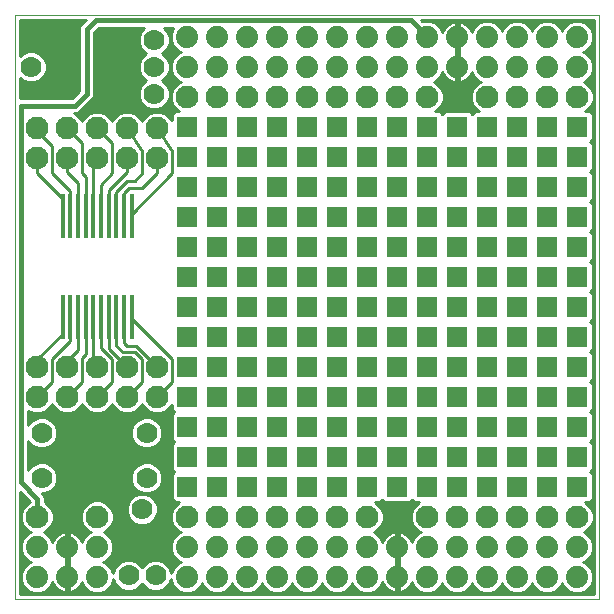
<source format=gbl>
G75*
G70*
%OFA0B0*%
%FSLAX24Y24*%
%IPPOS*%
%LPD*%
%AMOC8*
5,1,8,0,0,1.08239X$1,22.5*
%
%ADD10C,0.0000*%
%ADD11C,0.0740*%
%ADD12R,0.0157X0.1500*%
%ADD13C,0.0100*%
%ADD14C,0.0760*%
%ADD15C,0.0356*%
%ADD16C,0.0160*%
%ADD17R,0.0700X0.0700*%
%ADD18C,0.0700*%
D10*
X000645Y000806D02*
X000645Y020301D01*
X020130Y020291D01*
X020130Y000806D01*
X000645Y000806D01*
D11*
X001395Y001556D03*
X002395Y001556D03*
X003395Y001556D03*
X003395Y002556D03*
X002395Y002556D03*
X001395Y002556D03*
X006395Y002556D03*
X006395Y001556D03*
X007395Y001556D03*
X008395Y001556D03*
X009395Y001556D03*
X010395Y001556D03*
X011395Y001556D03*
X012395Y001556D03*
X013395Y001556D03*
X014395Y001556D03*
X015395Y001556D03*
X016395Y001556D03*
X017395Y001556D03*
X018395Y001556D03*
X019395Y001556D03*
X019395Y002556D03*
X018395Y002556D03*
X017395Y002556D03*
X016395Y002556D03*
X015395Y002556D03*
X014395Y002556D03*
X013395Y002556D03*
X012395Y002556D03*
X011395Y002556D03*
X010395Y002556D03*
X009395Y002556D03*
X008395Y002556D03*
X007395Y002556D03*
X007395Y018556D03*
X006395Y018556D03*
X006395Y019556D03*
X007395Y019556D03*
X008395Y019556D03*
X008395Y018556D03*
X009395Y018556D03*
X010395Y018556D03*
X011395Y018556D03*
X012395Y018556D03*
X013395Y018556D03*
X014395Y018556D03*
X015395Y018556D03*
X016395Y018556D03*
X017395Y018556D03*
X018395Y018556D03*
X019395Y018556D03*
X019395Y019556D03*
X018395Y019556D03*
X017395Y019556D03*
X016395Y019556D03*
X015395Y019556D03*
X014395Y019556D03*
X013395Y019556D03*
X012395Y019556D03*
X011395Y019556D03*
X010395Y019556D03*
X009395Y019556D03*
D12*
X004547Y013583D03*
X004291Y013583D03*
X004035Y013583D03*
X003779Y013583D03*
X003523Y013583D03*
X003267Y013583D03*
X003011Y013583D03*
X002755Y013583D03*
X002499Y013583D03*
X002243Y013583D03*
X002243Y010229D03*
X002499Y010229D03*
X002755Y010229D03*
X003011Y010229D03*
X003267Y010229D03*
X003523Y010229D03*
X003779Y010229D03*
X004035Y010229D03*
X004291Y010229D03*
X004547Y010229D03*
D13*
X004547Y010155D01*
X005895Y008806D01*
X005895Y008056D01*
X005395Y007556D01*
X004895Y007326D02*
X004929Y007245D01*
X005083Y007090D01*
X005286Y007006D01*
X005504Y007006D01*
X005707Y007090D01*
X005861Y007245D01*
X005875Y007278D01*
X005875Y007136D01*
X005955Y007056D01*
X005875Y006977D01*
X005875Y006136D01*
X005955Y006056D01*
X005875Y005977D01*
X005875Y005136D01*
X005955Y005056D01*
X005875Y004977D01*
X005875Y004136D01*
X005975Y004036D01*
X006117Y004036D01*
X006083Y004023D01*
X005929Y003868D01*
X005845Y003666D01*
X005845Y003447D01*
X005929Y003245D01*
X006083Y003090D01*
X006178Y003051D01*
X006089Y003014D01*
X005937Y002862D01*
X005855Y002664D01*
X005855Y002449D01*
X005937Y002250D01*
X006089Y002099D01*
X006191Y002056D01*
X006089Y002014D01*
X005937Y001862D01*
X005865Y001688D01*
X005865Y001710D01*
X005786Y001901D01*
X005640Y002047D01*
X005448Y002126D01*
X005242Y002126D01*
X005050Y002047D01*
X004904Y001901D01*
X004895Y001879D01*
X004886Y001901D01*
X004740Y002047D01*
X004548Y002126D01*
X004342Y002126D01*
X004150Y002047D01*
X004004Y001901D01*
X003925Y001710D01*
X003925Y001688D01*
X003853Y001862D01*
X003701Y002014D01*
X003599Y002056D01*
X003701Y002099D01*
X003853Y002250D01*
X003935Y002449D01*
X003935Y002664D01*
X003853Y002862D01*
X003701Y003014D01*
X003612Y003051D01*
X003707Y003090D01*
X003861Y003245D01*
X003945Y003447D01*
X003945Y003666D01*
X003861Y003868D01*
X003707Y004023D01*
X003504Y004106D01*
X003286Y004106D01*
X003083Y004023D01*
X002929Y003868D01*
X002845Y003666D01*
X002845Y003447D01*
X002929Y003245D01*
X003083Y003090D01*
X003178Y003051D01*
X003089Y003014D01*
X002937Y002862D01*
X002884Y002734D01*
X002877Y002756D01*
X002840Y002829D01*
X002792Y002895D01*
X002734Y002953D01*
X002668Y003001D01*
X002595Y003038D01*
X002517Y003063D01*
X002445Y003075D01*
X002445Y002606D01*
X002345Y002606D01*
X002345Y003075D01*
X002273Y003063D01*
X002195Y003038D01*
X002122Y003001D01*
X002056Y002953D01*
X001998Y002895D01*
X001950Y002829D01*
X001913Y002756D01*
X001906Y002734D01*
X001853Y002862D01*
X001701Y003014D01*
X001612Y003051D01*
X001707Y003090D01*
X001861Y003245D01*
X001945Y003447D01*
X001945Y003666D01*
X001861Y003868D01*
X001707Y004023D01*
X001645Y004048D01*
X001645Y004107D01*
X001645Y004206D01*
X001607Y004298D01*
X001568Y004336D01*
X001648Y004336D01*
X001840Y004415D01*
X001986Y004562D01*
X002065Y004753D01*
X002065Y004960D01*
X001986Y005151D01*
X001840Y005297D01*
X001648Y005376D01*
X001442Y005376D01*
X001250Y005297D01*
X001104Y005151D01*
X001095Y005129D01*
X001095Y006084D01*
X001104Y006062D01*
X001250Y005915D01*
X001442Y005836D01*
X001648Y005836D01*
X001840Y005915D01*
X001986Y006062D01*
X002065Y006253D01*
X002065Y006460D01*
X001986Y006651D01*
X001840Y006797D01*
X001648Y006876D01*
X001442Y006876D01*
X001250Y006797D01*
X001104Y006651D01*
X001095Y006629D01*
X001095Y007085D01*
X001286Y007006D01*
X001504Y007006D01*
X001707Y007090D01*
X001861Y007245D01*
X001895Y007326D01*
X001929Y007245D01*
X002083Y007090D01*
X002286Y007006D01*
X002504Y007006D01*
X002707Y007090D01*
X002861Y007245D01*
X002895Y007326D01*
X002929Y007245D01*
X003083Y007090D01*
X003286Y007006D01*
X003504Y007006D01*
X003707Y007090D01*
X003861Y007245D01*
X003895Y007326D01*
X003929Y007245D01*
X004083Y007090D01*
X004286Y007006D01*
X004504Y007006D01*
X004707Y007090D01*
X004861Y007245D01*
X004895Y007326D01*
X004888Y007310D02*
X004902Y007310D01*
X004962Y007212D02*
X004828Y007212D01*
X004730Y007113D02*
X005060Y007113D01*
X005266Y007015D02*
X004524Y007015D01*
X004266Y007015D02*
X003524Y007015D01*
X003730Y007113D02*
X004060Y007113D01*
X003962Y007212D02*
X003828Y007212D01*
X003888Y007310D02*
X003902Y007310D01*
X004395Y007556D02*
X004895Y008056D01*
X004895Y008806D01*
X004645Y009056D01*
X004245Y009056D01*
X004035Y009267D01*
X004035Y010229D01*
X003779Y010229D02*
X003795Y009206D01*
X003795Y009156D01*
X004395Y008556D01*
X003895Y008806D02*
X003895Y008056D01*
X003395Y007556D01*
X002902Y007310D02*
X002888Y007310D01*
X002828Y007212D02*
X002962Y007212D01*
X003060Y007113D02*
X002730Y007113D01*
X002524Y007015D02*
X003266Y007015D01*
X002266Y007015D02*
X001524Y007015D01*
X001730Y007113D02*
X002060Y007113D01*
X001962Y007212D02*
X001828Y007212D01*
X001888Y007310D02*
X001902Y007310D01*
X001790Y006817D02*
X004800Y006817D01*
X004750Y006797D02*
X004604Y006651D01*
X004525Y006460D01*
X004525Y006253D01*
X004604Y006062D01*
X004750Y005915D01*
X004942Y005836D01*
X005148Y005836D01*
X005340Y005915D01*
X005486Y006062D01*
X005565Y006253D01*
X005565Y006460D01*
X005486Y006651D01*
X005340Y006797D01*
X005148Y006876D01*
X004942Y006876D01*
X004750Y006797D01*
X004672Y006719D02*
X001918Y006719D01*
X001998Y006620D02*
X004592Y006620D01*
X004551Y006522D02*
X002039Y006522D01*
X002065Y006423D02*
X004525Y006423D01*
X004525Y006325D02*
X002065Y006325D01*
X002054Y006226D02*
X004536Y006226D01*
X004577Y006128D02*
X002013Y006128D01*
X001953Y006029D02*
X004637Y006029D01*
X004735Y005931D02*
X001855Y005931D01*
X001738Y005339D02*
X004852Y005339D01*
X004942Y005376D02*
X004750Y005297D01*
X004604Y005151D01*
X004525Y004960D01*
X004525Y004753D01*
X004604Y004562D01*
X004750Y004415D01*
X004942Y004336D01*
X005148Y004336D01*
X005340Y004415D01*
X005486Y004562D01*
X005565Y004753D01*
X005565Y004960D01*
X005486Y005151D01*
X005340Y005297D01*
X005148Y005376D01*
X004942Y005376D01*
X004694Y005241D02*
X001896Y005241D01*
X001989Y005142D02*
X004601Y005142D01*
X004560Y005044D02*
X002030Y005044D01*
X002065Y004945D02*
X004525Y004945D01*
X004525Y004847D02*
X002065Y004847D01*
X002063Y004748D02*
X004527Y004748D01*
X004568Y004649D02*
X002022Y004649D01*
X001975Y004551D02*
X004615Y004551D01*
X004714Y004452D02*
X001876Y004452D01*
X001691Y004354D02*
X004899Y004354D01*
X004998Y004326D02*
X004792Y004326D01*
X004600Y004247D01*
X004454Y004101D01*
X004375Y003910D01*
X004375Y003703D01*
X004454Y003512D01*
X004600Y003365D01*
X004792Y003286D01*
X004998Y003286D01*
X005190Y003365D01*
X005336Y003512D01*
X005415Y003703D01*
X005415Y003910D01*
X005336Y004101D01*
X005190Y004247D01*
X004998Y004326D01*
X005170Y004255D02*
X005875Y004255D01*
X005875Y004157D02*
X005280Y004157D01*
X005354Y004058D02*
X005953Y004058D01*
X006021Y003960D02*
X005394Y003960D01*
X005415Y003861D02*
X005926Y003861D01*
X005885Y003763D02*
X005415Y003763D01*
X005399Y003664D02*
X005845Y003664D01*
X005845Y003566D02*
X005358Y003566D01*
X005291Y003467D02*
X005845Y003467D01*
X005878Y003368D02*
X005193Y003368D01*
X004598Y003368D02*
X003912Y003368D01*
X003945Y003467D02*
X004499Y003467D01*
X004432Y003566D02*
X003945Y003566D01*
X003945Y003664D02*
X004391Y003664D01*
X004375Y003763D02*
X003905Y003763D01*
X003864Y003861D02*
X004375Y003861D01*
X004396Y003960D02*
X003769Y003960D01*
X003620Y004058D02*
X004437Y004058D01*
X004510Y004157D02*
X001645Y004157D01*
X001645Y004058D02*
X003170Y004058D01*
X003021Y003960D02*
X001769Y003960D01*
X001864Y003861D02*
X002926Y003861D01*
X002885Y003763D02*
X001905Y003763D01*
X001945Y003664D02*
X002845Y003664D01*
X002845Y003566D02*
X001945Y003566D01*
X001945Y003467D02*
X002845Y003467D01*
X002878Y003368D02*
X001912Y003368D01*
X001872Y003270D02*
X002918Y003270D01*
X003002Y003171D02*
X001788Y003171D01*
X001665Y003073D02*
X002332Y003073D01*
X002345Y003073D02*
X002445Y003073D01*
X002458Y003073D02*
X003125Y003073D01*
X003049Y002974D02*
X002704Y002974D01*
X002806Y002876D02*
X002951Y002876D01*
X002902Y002777D02*
X002866Y002777D01*
X002445Y002777D02*
X002345Y002777D01*
X002345Y002679D02*
X002445Y002679D01*
X002445Y002506D02*
X002345Y002506D01*
X002345Y002038D01*
X002345Y001606D01*
X002445Y001606D01*
X002445Y002038D01*
X002445Y002506D01*
X002445Y002482D02*
X002345Y002482D01*
X002345Y002383D02*
X002445Y002383D01*
X002445Y002284D02*
X002345Y002284D01*
X002345Y002186D02*
X002445Y002186D01*
X002445Y002087D02*
X002345Y002087D01*
X002345Y001989D02*
X002445Y001989D01*
X002445Y001890D02*
X002345Y001890D01*
X002345Y001792D02*
X002445Y001792D01*
X002445Y001693D02*
X002345Y001693D01*
X002345Y001506D02*
X002445Y001506D01*
X002445Y001038D01*
X002517Y001049D01*
X002595Y001074D01*
X002668Y001112D01*
X002734Y001160D01*
X002792Y001218D01*
X002840Y001284D01*
X002877Y001357D01*
X002884Y001379D01*
X002937Y001250D01*
X003089Y001099D01*
X003288Y001016D01*
X003502Y001016D01*
X003701Y001099D01*
X003853Y001250D01*
X003935Y001449D01*
X003935Y001479D01*
X004004Y001312D01*
X004150Y001165D01*
X004342Y001086D01*
X004548Y001086D01*
X004740Y001165D01*
X004886Y001312D01*
X004895Y001334D01*
X004904Y001312D01*
X005050Y001165D01*
X005242Y001086D01*
X005448Y001086D01*
X005640Y001165D01*
X005786Y001312D01*
X005855Y001479D01*
X005855Y001449D01*
X005937Y001250D01*
X006089Y001099D01*
X006288Y001016D01*
X006502Y001016D01*
X006701Y001099D01*
X006853Y001250D01*
X006895Y001352D01*
X006937Y001250D01*
X007089Y001099D01*
X007288Y001016D01*
X007502Y001016D01*
X007701Y001099D01*
X007853Y001250D01*
X007895Y001352D01*
X007937Y001250D01*
X008089Y001099D01*
X008288Y001016D01*
X008502Y001016D01*
X008701Y001099D01*
X008853Y001250D01*
X008895Y001352D01*
X008937Y001250D01*
X009089Y001099D01*
X009288Y001016D01*
X009502Y001016D01*
X009701Y001099D01*
X009853Y001250D01*
X009895Y001352D01*
X009937Y001250D01*
X010089Y001099D01*
X010288Y001016D01*
X010502Y001016D01*
X010701Y001099D01*
X010853Y001250D01*
X010895Y001352D01*
X010937Y001250D01*
X011089Y001099D01*
X011288Y001016D01*
X011502Y001016D01*
X011701Y001099D01*
X011853Y001250D01*
X011895Y001352D01*
X011937Y001250D01*
X012089Y001099D01*
X012288Y001016D01*
X012502Y001016D01*
X012701Y001099D01*
X012853Y001250D01*
X012906Y001379D01*
X012913Y001357D01*
X012950Y001284D01*
X012998Y001218D01*
X013056Y001160D01*
X013122Y001112D01*
X013195Y001074D01*
X013273Y001049D01*
X013345Y001038D01*
X013345Y001506D01*
X013445Y001506D01*
X013445Y001038D01*
X013517Y001049D01*
X013595Y001074D01*
X013668Y001112D01*
X013734Y001160D01*
X013792Y001218D01*
X013840Y001284D01*
X013877Y001357D01*
X013884Y001379D01*
X013937Y001250D01*
X014089Y001099D01*
X014288Y001016D01*
X014502Y001016D01*
X014701Y001099D01*
X014853Y001250D01*
X014895Y001352D01*
X014937Y001250D01*
X015089Y001099D01*
X015288Y001016D01*
X015502Y001016D01*
X015701Y001099D01*
X015853Y001250D01*
X015895Y001352D01*
X015937Y001250D01*
X016089Y001099D01*
X016288Y001016D01*
X016502Y001016D01*
X016701Y001099D01*
X016853Y001250D01*
X016895Y001352D01*
X016937Y001250D01*
X017089Y001099D01*
X017288Y001016D01*
X017502Y001016D01*
X017701Y001099D01*
X017853Y001250D01*
X017895Y001352D01*
X017937Y001250D01*
X018089Y001099D01*
X018288Y001016D01*
X018502Y001016D01*
X018701Y001099D01*
X018853Y001250D01*
X018895Y001352D01*
X018937Y001250D01*
X019089Y001099D01*
X019288Y001016D01*
X019502Y001016D01*
X019701Y001099D01*
X019853Y001250D01*
X019935Y001449D01*
X019935Y001664D01*
X019853Y001862D01*
X019701Y002014D01*
X019599Y002056D01*
X019701Y002099D01*
X019853Y002250D01*
X019935Y002449D01*
X019935Y002664D01*
X019853Y002862D01*
X019701Y003014D01*
X019612Y003051D01*
X019707Y003090D01*
X019861Y003245D01*
X019945Y003447D01*
X019945Y003666D01*
X019861Y003868D01*
X019707Y004023D01*
X019673Y004036D01*
X019815Y004036D01*
X019915Y004136D01*
X019915Y004977D01*
X019835Y005056D01*
X019915Y005136D01*
X019915Y005977D01*
X019835Y006056D01*
X019915Y006136D01*
X019915Y006977D01*
X019835Y007056D01*
X019915Y007136D01*
X019915Y007977D01*
X019835Y008056D01*
X019915Y008136D01*
X019915Y008977D01*
X019835Y009056D01*
X019915Y009136D01*
X019915Y009977D01*
X019835Y010056D01*
X019915Y010136D01*
X019915Y010977D01*
X019835Y011056D01*
X019915Y011136D01*
X019915Y011977D01*
X019835Y012056D01*
X019915Y012136D01*
X019915Y012977D01*
X019835Y013056D01*
X019915Y013136D01*
X019915Y013977D01*
X019835Y014056D01*
X019915Y014136D01*
X019915Y014977D01*
X019835Y015056D01*
X019915Y015136D01*
X019915Y015977D01*
X019835Y016056D01*
X019915Y016136D01*
X019915Y016977D01*
X019815Y017076D01*
X019673Y017076D01*
X019707Y017090D01*
X019861Y017245D01*
X019945Y017447D01*
X019945Y017666D01*
X019861Y017868D01*
X019707Y018023D01*
X019612Y018062D01*
X019701Y018099D01*
X019853Y018250D01*
X019935Y018449D01*
X019935Y018664D01*
X019853Y018862D01*
X019701Y019014D01*
X019599Y019056D01*
X019701Y019099D01*
X019853Y019250D01*
X019935Y019449D01*
X019935Y019664D01*
X019853Y019862D01*
X019701Y020014D01*
X019502Y020096D01*
X019288Y020096D01*
X019089Y020014D01*
X018937Y019862D01*
X018895Y019760D01*
X018853Y019862D01*
X018701Y020014D01*
X018502Y020096D01*
X018288Y020096D01*
X018089Y020014D01*
X017937Y019862D01*
X017895Y019760D01*
X017853Y019862D01*
X017701Y020014D01*
X017502Y020096D01*
X017288Y020096D01*
X017089Y020014D01*
X016937Y019862D01*
X016895Y019760D01*
X016853Y019862D01*
X016701Y020014D01*
X016502Y020096D01*
X016288Y020096D01*
X016089Y020014D01*
X015937Y019862D01*
X015884Y019734D01*
X015877Y019756D01*
X015840Y019829D01*
X015792Y019895D01*
X015734Y019953D01*
X015668Y020001D01*
X015595Y020038D01*
X015517Y020063D01*
X015445Y020075D01*
X015445Y019606D01*
X015345Y019606D01*
X015345Y020075D01*
X015273Y020063D01*
X015195Y020038D01*
X015122Y020001D01*
X015056Y019953D01*
X014998Y019895D01*
X014950Y019829D01*
X014913Y019756D01*
X014906Y019734D01*
X014853Y019862D01*
X014701Y020014D01*
X014502Y020096D01*
X014288Y020096D01*
X014232Y020073D01*
X014180Y020124D01*
X019960Y020121D01*
X014184Y020121D01*
X014681Y020022D02*
X015164Y020022D01*
X015027Y019924D02*
X014791Y019924D01*
X014868Y019825D02*
X014948Y019825D01*
X015345Y019825D02*
X015445Y019825D01*
X015445Y019727D02*
X015345Y019727D01*
X015345Y019628D02*
X015445Y019628D01*
X015445Y019506D02*
X015445Y019038D01*
X015445Y018606D01*
X015345Y018606D01*
X015345Y019038D01*
X015345Y019506D01*
X015445Y019506D01*
X015445Y019431D02*
X015345Y019431D01*
X015345Y019332D02*
X015445Y019332D01*
X015445Y019234D02*
X015345Y019234D01*
X015345Y019135D02*
X015445Y019135D01*
X015445Y019037D02*
X015345Y019037D01*
X015345Y018938D02*
X015445Y018938D01*
X015445Y018840D02*
X015345Y018840D01*
X015345Y018741D02*
X015445Y018741D01*
X015445Y018643D02*
X015345Y018643D01*
X015345Y018506D02*
X015445Y018506D01*
X015445Y018038D01*
X015517Y018049D01*
X015595Y018074D01*
X015668Y018112D01*
X015734Y018160D01*
X015792Y018218D01*
X015840Y018284D01*
X015877Y018357D01*
X015884Y018379D01*
X015937Y018250D01*
X016089Y018099D01*
X016178Y018062D01*
X016083Y018023D01*
X015929Y017868D01*
X015845Y017666D01*
X015845Y017447D01*
X015929Y017245D01*
X016083Y017090D01*
X016117Y017076D01*
X015975Y017076D01*
X015895Y016997D01*
X015815Y017076D01*
X014975Y017076D01*
X014895Y016997D01*
X014815Y017076D01*
X014673Y017076D01*
X014707Y017090D01*
X014861Y017245D01*
X014945Y017447D01*
X014945Y017666D01*
X014861Y017868D01*
X014707Y018023D01*
X014612Y018062D01*
X014701Y018099D01*
X014853Y018250D01*
X014906Y018379D01*
X014913Y018357D01*
X014950Y018284D01*
X014998Y018218D01*
X015056Y018160D01*
X015122Y018112D01*
X015195Y018074D01*
X015273Y018049D01*
X015345Y018038D01*
X015345Y018506D01*
X015345Y018446D02*
X015445Y018446D01*
X015445Y018347D02*
X015345Y018347D01*
X015345Y018248D02*
X015445Y018248D01*
X015445Y018150D02*
X015345Y018150D01*
X015345Y018051D02*
X015445Y018051D01*
X015524Y018051D02*
X016153Y018051D01*
X016038Y018150D02*
X015720Y018150D01*
X015814Y018248D02*
X015939Y018248D01*
X015897Y018347D02*
X015872Y018347D01*
X016014Y017953D02*
X014776Y017953D01*
X014867Y017854D02*
X015923Y017854D01*
X015882Y017756D02*
X014908Y017756D01*
X014945Y017657D02*
X015845Y017657D01*
X015845Y017559D02*
X014945Y017559D01*
X014945Y017460D02*
X015845Y017460D01*
X015880Y017362D02*
X014910Y017362D01*
X014869Y017263D02*
X015921Y017263D01*
X016009Y017164D02*
X014781Y017164D01*
X014826Y017066D02*
X014964Y017066D01*
X015826Y017066D02*
X015964Y017066D01*
X015266Y018051D02*
X014637Y018051D01*
X014752Y018150D02*
X015070Y018150D01*
X014976Y018248D02*
X014851Y018248D01*
X014893Y018347D02*
X014918Y018347D01*
X015842Y019825D02*
X015922Y019825D01*
X015999Y019924D02*
X015763Y019924D01*
X015626Y020022D02*
X016109Y020022D01*
X016681Y020022D02*
X017109Y020022D01*
X016999Y019924D02*
X016791Y019924D01*
X016868Y019825D02*
X016922Y019825D01*
X017681Y020022D02*
X018109Y020022D01*
X017999Y019924D02*
X017791Y019924D01*
X017868Y019825D02*
X017922Y019825D01*
X018681Y020022D02*
X019109Y020022D01*
X018999Y019924D02*
X018791Y019924D01*
X018868Y019825D02*
X018922Y019825D01*
X019681Y020022D02*
X019960Y020022D01*
X019960Y019924D02*
X019791Y019924D01*
X019868Y019825D02*
X019960Y019825D01*
X019960Y019727D02*
X019909Y019727D01*
X019935Y019628D02*
X019960Y019628D01*
X019960Y019530D02*
X019935Y019530D01*
X019928Y019431D02*
X019960Y019431D01*
X019960Y019332D02*
X019887Y019332D01*
X019836Y019234D02*
X019960Y019234D01*
X019960Y019135D02*
X019738Y019135D01*
X019646Y019037D02*
X019960Y019037D01*
X019960Y018938D02*
X019777Y018938D01*
X019862Y018840D02*
X019960Y018840D01*
X019960Y018741D02*
X019903Y018741D01*
X019935Y018643D02*
X019960Y018643D01*
X019960Y018544D02*
X019935Y018544D01*
X019934Y018446D02*
X019960Y018446D01*
X019960Y018347D02*
X019893Y018347D01*
X019851Y018248D02*
X019960Y018248D01*
X019960Y018150D02*
X019752Y018150D01*
X019637Y018051D02*
X019960Y018051D01*
X019960Y017953D02*
X019776Y017953D01*
X019867Y017854D02*
X019960Y017854D01*
X019960Y017756D02*
X019908Y017756D01*
X019945Y017657D02*
X019960Y017657D01*
X019960Y017559D02*
X019945Y017559D01*
X019945Y017460D02*
X019960Y017460D01*
X019960Y017362D02*
X019910Y017362D01*
X019869Y017263D02*
X019960Y017263D01*
X019960Y017164D02*
X019781Y017164D01*
X019826Y017066D02*
X019960Y017066D01*
X019960Y016967D02*
X019915Y016967D01*
X019915Y016869D02*
X019960Y016869D01*
X019960Y016770D02*
X019915Y016770D01*
X019915Y016672D02*
X019960Y016672D01*
X019960Y016573D02*
X019915Y016573D01*
X019915Y016475D02*
X019960Y016475D01*
X019960Y016376D02*
X019915Y016376D01*
X019915Y016278D02*
X019960Y016278D01*
X019960Y016179D02*
X019915Y016179D01*
X019960Y016081D02*
X019860Y016081D01*
X019910Y015982D02*
X019960Y015982D01*
X019960Y015883D02*
X019915Y015883D01*
X019915Y015785D02*
X019960Y015785D01*
X019960Y015686D02*
X019915Y015686D01*
X019915Y015588D02*
X019960Y015588D01*
X019960Y015489D02*
X019915Y015489D01*
X019915Y015391D02*
X019960Y015391D01*
X019960Y015292D02*
X019915Y015292D01*
X019915Y015194D02*
X019960Y015194D01*
X019960Y015095D02*
X019874Y015095D01*
X019895Y014997D02*
X019960Y014997D01*
X019960Y014898D02*
X019915Y014898D01*
X019915Y014799D02*
X019960Y014799D01*
X019960Y014701D02*
X019915Y014701D01*
X019915Y014602D02*
X019960Y014602D01*
X019960Y014504D02*
X019915Y014504D01*
X019915Y014405D02*
X019960Y014405D01*
X019960Y014307D02*
X019915Y014307D01*
X019915Y014208D02*
X019960Y014208D01*
X019960Y014110D02*
X019889Y014110D01*
X019881Y014011D02*
X019960Y014011D01*
X019960Y013913D02*
X019915Y013913D01*
X019915Y013814D02*
X019960Y013814D01*
X019960Y013715D02*
X019915Y013715D01*
X019915Y013617D02*
X019960Y013617D01*
X019960Y013518D02*
X019915Y013518D01*
X019915Y013420D02*
X019960Y013420D01*
X019960Y013321D02*
X019915Y013321D01*
X019915Y013223D02*
X019960Y013223D01*
X019960Y013124D02*
X019903Y013124D01*
X019866Y013026D02*
X019960Y013026D01*
X019960Y012927D02*
X019915Y012927D01*
X019915Y012829D02*
X019960Y012829D01*
X019960Y012730D02*
X019915Y012730D01*
X019915Y012631D02*
X019960Y012631D01*
X019960Y012533D02*
X019915Y012533D01*
X019915Y012434D02*
X019960Y012434D01*
X019960Y012336D02*
X019915Y012336D01*
X019915Y012237D02*
X019960Y012237D01*
X019960Y012139D02*
X019915Y012139D01*
X019960Y012040D02*
X019851Y012040D01*
X019915Y011942D02*
X019960Y011942D01*
X019960Y011843D02*
X019915Y011843D01*
X019915Y011745D02*
X019960Y011745D01*
X019960Y011646D02*
X019915Y011646D01*
X019915Y011548D02*
X019960Y011548D01*
X019960Y011449D02*
X019915Y011449D01*
X019915Y011350D02*
X019960Y011350D01*
X019960Y011252D02*
X019915Y011252D01*
X019915Y011153D02*
X019960Y011153D01*
X019960Y011055D02*
X019837Y011055D01*
X019915Y010956D02*
X019960Y010956D01*
X019960Y010858D02*
X019915Y010858D01*
X019915Y010759D02*
X019960Y010759D01*
X019960Y010661D02*
X019915Y010661D01*
X019915Y010562D02*
X019960Y010562D01*
X019960Y010464D02*
X019915Y010464D01*
X019915Y010365D02*
X019960Y010365D01*
X019960Y010266D02*
X019915Y010266D01*
X019915Y010168D02*
X019960Y010168D01*
X019960Y010069D02*
X019849Y010069D01*
X019915Y009971D02*
X019960Y009971D01*
X019960Y009872D02*
X019915Y009872D01*
X019915Y009774D02*
X019960Y009774D01*
X019960Y009675D02*
X019915Y009675D01*
X019915Y009577D02*
X019960Y009577D01*
X019960Y009478D02*
X019915Y009478D01*
X019915Y009380D02*
X019960Y009380D01*
X019960Y009281D02*
X019915Y009281D01*
X019915Y009182D02*
X019960Y009182D01*
X019960Y009084D02*
X019863Y009084D01*
X019906Y008985D02*
X019960Y008985D01*
X019960Y008887D02*
X019915Y008887D01*
X019915Y008788D02*
X019960Y008788D01*
X019960Y008690D02*
X019915Y008690D01*
X019915Y008591D02*
X019960Y008591D01*
X019960Y008493D02*
X019915Y008493D01*
X019915Y008394D02*
X019960Y008394D01*
X019960Y008296D02*
X019915Y008296D01*
X019915Y008197D02*
X019960Y008197D01*
X019960Y008099D02*
X019878Y008099D01*
X019892Y008000D02*
X019960Y008000D01*
X019960Y007901D02*
X019915Y007901D01*
X019915Y007803D02*
X019960Y007803D01*
X019960Y007704D02*
X019915Y007704D01*
X019915Y007606D02*
X019960Y007606D01*
X019960Y007507D02*
X019915Y007507D01*
X019915Y007409D02*
X019960Y007409D01*
X019960Y007310D02*
X019915Y007310D01*
X019915Y007212D02*
X019960Y007212D01*
X019960Y007113D02*
X019892Y007113D01*
X019877Y007015D02*
X019960Y007015D01*
X019960Y006916D02*
X019915Y006916D01*
X019915Y006817D02*
X019960Y006817D01*
X019960Y006719D02*
X019915Y006719D01*
X019915Y006620D02*
X019960Y006620D01*
X019960Y006522D02*
X019915Y006522D01*
X019915Y006423D02*
X019960Y006423D01*
X019960Y006325D02*
X019915Y006325D01*
X019915Y006226D02*
X019960Y006226D01*
X019960Y006128D02*
X019907Y006128D01*
X019863Y006029D02*
X019960Y006029D01*
X019960Y005931D02*
X019915Y005931D01*
X019915Y005832D02*
X019960Y005832D01*
X019960Y005733D02*
X019915Y005733D01*
X019915Y005635D02*
X019960Y005635D01*
X019960Y005536D02*
X019915Y005536D01*
X019915Y005438D02*
X019960Y005438D01*
X019960Y005339D02*
X019915Y005339D01*
X019915Y005241D02*
X019960Y005241D01*
X019960Y005142D02*
X019915Y005142D01*
X019960Y005044D02*
X019848Y005044D01*
X019915Y004945D02*
X019960Y004945D01*
X019960Y004847D02*
X019915Y004847D01*
X019915Y004748D02*
X019960Y004748D01*
X019960Y004649D02*
X019915Y004649D01*
X019915Y004551D02*
X019960Y004551D01*
X019960Y004452D02*
X019915Y004452D01*
X019915Y004354D02*
X019960Y004354D01*
X019960Y004255D02*
X019915Y004255D01*
X019915Y004157D02*
X019960Y004157D01*
X019960Y004058D02*
X019837Y004058D01*
X019769Y003960D02*
X019960Y003960D01*
X019960Y003861D02*
X019864Y003861D01*
X019905Y003763D02*
X019960Y003763D01*
X019960Y003664D02*
X019945Y003664D01*
X019945Y003566D02*
X019960Y003566D01*
X019960Y003467D02*
X019945Y003467D01*
X019960Y003368D02*
X019912Y003368D01*
X019872Y003270D02*
X019960Y003270D01*
X019960Y003171D02*
X019788Y003171D01*
X019665Y003073D02*
X019960Y003073D01*
X019960Y002974D02*
X019741Y002974D01*
X019839Y002876D02*
X019960Y002876D01*
X019960Y002777D02*
X019888Y002777D01*
X019929Y002679D02*
X019960Y002679D01*
X019960Y002580D02*
X019935Y002580D01*
X019935Y002482D02*
X019960Y002482D01*
X019960Y002383D02*
X019908Y002383D01*
X019867Y002284D02*
X019960Y002284D01*
X019960Y002186D02*
X019788Y002186D01*
X019674Y002087D02*
X019960Y002087D01*
X019960Y001989D02*
X019726Y001989D01*
X019825Y001890D02*
X019960Y001890D01*
X019960Y001792D02*
X019882Y001792D01*
X019923Y001693D02*
X019960Y001693D01*
X019960Y001595D02*
X019935Y001595D01*
X019935Y001496D02*
X019960Y001496D01*
X019960Y001398D02*
X019914Y001398D01*
X019873Y001299D02*
X019960Y001299D01*
X019960Y001200D02*
X019803Y001200D01*
X019704Y001102D02*
X019960Y001102D01*
X019960Y001003D02*
X000815Y001003D01*
X000815Y000976D02*
X000815Y004383D01*
X001145Y004053D01*
X001145Y004048D01*
X001083Y004023D01*
X000929Y003868D01*
X000845Y003666D01*
X000845Y003447D01*
X000929Y003245D01*
X001083Y003090D01*
X001178Y003051D01*
X001089Y003014D01*
X000937Y002862D01*
X000855Y002664D01*
X000855Y002449D01*
X000937Y002250D01*
X001089Y002099D01*
X001191Y002056D01*
X001089Y002014D01*
X000937Y001862D01*
X000855Y001664D01*
X000855Y001449D01*
X000937Y001250D01*
X001089Y001099D01*
X001288Y001016D01*
X001502Y001016D01*
X001701Y001099D01*
X001853Y001250D01*
X001906Y001379D01*
X001913Y001357D01*
X001950Y001284D01*
X001998Y001218D01*
X002056Y001160D01*
X002122Y001112D01*
X002195Y001074D01*
X002273Y001049D01*
X002345Y001038D01*
X002345Y001506D01*
X002345Y001496D02*
X002445Y001496D01*
X002445Y001398D02*
X002345Y001398D01*
X002345Y001299D02*
X002445Y001299D01*
X002445Y001200D02*
X002345Y001200D01*
X002345Y001102D02*
X002445Y001102D01*
X002649Y001102D02*
X003086Y001102D01*
X002987Y001200D02*
X002775Y001200D01*
X002848Y001299D02*
X002917Y001299D01*
X002141Y001102D02*
X001704Y001102D01*
X001803Y001200D02*
X002015Y001200D01*
X001942Y001299D02*
X001873Y001299D01*
X001086Y001102D02*
X000815Y001102D01*
X000815Y001200D02*
X000987Y001200D01*
X000917Y001299D02*
X000815Y001299D01*
X000815Y001398D02*
X000876Y001398D01*
X000855Y001496D02*
X000815Y001496D01*
X000815Y001595D02*
X000855Y001595D01*
X000867Y001693D02*
X000815Y001693D01*
X000815Y001792D02*
X000908Y001792D01*
X000965Y001890D02*
X000815Y001890D01*
X000815Y001989D02*
X001064Y001989D01*
X001116Y002087D02*
X000815Y002087D01*
X000815Y002186D02*
X001002Y002186D01*
X000923Y002284D02*
X000815Y002284D01*
X000815Y002383D02*
X000882Y002383D01*
X000855Y002482D02*
X000815Y002482D01*
X000815Y002580D02*
X000855Y002580D01*
X000861Y002679D02*
X000815Y002679D01*
X000815Y002777D02*
X000902Y002777D01*
X000951Y002876D02*
X000815Y002876D01*
X000815Y002974D02*
X001049Y002974D01*
X001125Y003073D02*
X000815Y003073D01*
X000815Y003171D02*
X001002Y003171D01*
X000918Y003270D02*
X000815Y003270D01*
X000815Y003368D02*
X000878Y003368D01*
X000845Y003467D02*
X000815Y003467D01*
X000815Y003566D02*
X000845Y003566D01*
X000845Y003664D02*
X000815Y003664D01*
X000815Y003763D02*
X000885Y003763D01*
X000926Y003861D02*
X000815Y003861D01*
X000815Y003960D02*
X001021Y003960D01*
X001140Y004058D02*
X000815Y004058D01*
X000815Y004157D02*
X001041Y004157D01*
X000942Y004255D02*
X000815Y004255D01*
X000815Y004354D02*
X000844Y004354D01*
X001625Y004255D02*
X004620Y004255D01*
X005191Y004354D02*
X005875Y004354D01*
X005875Y004452D02*
X005376Y004452D01*
X005475Y004551D02*
X005875Y004551D01*
X005875Y004649D02*
X005522Y004649D01*
X005563Y004748D02*
X005875Y004748D01*
X005875Y004847D02*
X005565Y004847D01*
X005565Y004945D02*
X005875Y004945D01*
X005942Y005044D02*
X005530Y005044D01*
X005489Y005142D02*
X005875Y005142D01*
X005875Y005241D02*
X005396Y005241D01*
X005238Y005339D02*
X005875Y005339D01*
X005875Y005438D02*
X001095Y005438D01*
X001095Y005536D02*
X005875Y005536D01*
X005875Y005635D02*
X001095Y005635D01*
X001095Y005733D02*
X005875Y005733D01*
X005875Y005832D02*
X001095Y005832D01*
X001095Y005931D02*
X001235Y005931D01*
X001137Y006029D02*
X001095Y006029D01*
X001095Y005339D02*
X001352Y005339D01*
X001194Y005241D02*
X001095Y005241D01*
X001095Y005142D02*
X001101Y005142D01*
X001095Y006719D02*
X001172Y006719D01*
X001095Y006817D02*
X001300Y006817D01*
X001266Y007015D02*
X001095Y007015D01*
X001095Y006916D02*
X005875Y006916D01*
X005875Y006817D02*
X005290Y006817D01*
X005418Y006719D02*
X005875Y006719D01*
X005875Y006620D02*
X005498Y006620D01*
X005539Y006522D02*
X005875Y006522D01*
X005875Y006423D02*
X005565Y006423D01*
X005565Y006325D02*
X005875Y006325D01*
X005875Y006226D02*
X005554Y006226D01*
X005513Y006128D02*
X005883Y006128D01*
X005927Y006029D02*
X005453Y006029D01*
X005355Y005931D02*
X005875Y005931D01*
X005913Y007015D02*
X005524Y007015D01*
X005730Y007113D02*
X005898Y007113D01*
X005875Y007212D02*
X005828Y007212D01*
X005395Y008556D02*
X004695Y009256D01*
X004395Y009256D01*
X004291Y009361D01*
X004291Y010229D01*
X003523Y010229D02*
X003523Y009178D01*
X003895Y008806D01*
X003395Y008556D02*
X003267Y008684D01*
X003267Y010229D01*
X003011Y010229D02*
X003011Y008972D01*
X002895Y008856D01*
X002895Y008056D01*
X002395Y007556D01*
X001895Y008056D02*
X001895Y008806D01*
X002499Y009411D01*
X002499Y010229D01*
X002243Y010229D02*
X002243Y009655D01*
X001395Y008806D01*
X001395Y008556D01*
X001895Y008056D02*
X001395Y007556D01*
X002395Y008556D02*
X002395Y008756D01*
X002755Y009117D01*
X002755Y010229D01*
X002755Y013583D02*
X002755Y014696D01*
X002395Y015056D01*
X002395Y015506D01*
X001895Y015906D02*
X001895Y015006D01*
X002499Y014402D01*
X002499Y013583D01*
X002243Y013583D02*
X002243Y014158D01*
X001395Y015006D01*
X001395Y015506D01*
X001895Y015906D02*
X001395Y016406D01*
X001395Y016506D01*
X000815Y017506D02*
X000815Y018201D01*
X000900Y018115D01*
X001092Y018036D01*
X001298Y018036D01*
X001490Y018115D01*
X001636Y018262D01*
X001715Y018453D01*
X001715Y018660D01*
X001636Y018851D01*
X001490Y018997D01*
X001298Y019076D01*
X001092Y019076D01*
X000900Y018997D01*
X000815Y018912D01*
X000815Y020131D01*
X003015Y020130D01*
X002833Y019948D01*
X002795Y019856D01*
X002795Y019757D01*
X002795Y017760D01*
X002541Y017506D01*
X000815Y017506D01*
X000815Y017559D02*
X002594Y017559D01*
X002692Y017657D02*
X000815Y017657D01*
X000815Y017756D02*
X002791Y017756D01*
X002795Y017854D02*
X000815Y017854D01*
X000815Y017953D02*
X002795Y017953D01*
X002795Y018051D02*
X001335Y018051D01*
X001524Y018150D02*
X002795Y018150D01*
X002795Y018248D02*
X001623Y018248D01*
X001671Y018347D02*
X002795Y018347D01*
X002795Y018446D02*
X001712Y018446D01*
X001715Y018544D02*
X002795Y018544D01*
X002795Y018643D02*
X001715Y018643D01*
X001681Y018741D02*
X002795Y018741D01*
X002795Y018840D02*
X001640Y018840D01*
X001548Y018938D02*
X002795Y018938D01*
X002795Y019037D02*
X001394Y019037D01*
X000996Y019037D02*
X000815Y019037D01*
X000815Y019135D02*
X002795Y019135D01*
X002795Y019234D02*
X000815Y019234D01*
X000815Y019332D02*
X002795Y019332D01*
X002795Y019431D02*
X000815Y019431D01*
X000815Y019530D02*
X002795Y019530D01*
X002795Y019628D02*
X000815Y019628D01*
X000815Y019727D02*
X002795Y019727D01*
X002795Y019825D02*
X000815Y019825D01*
X000815Y019924D02*
X002823Y019924D01*
X002907Y020022D02*
X000815Y020022D01*
X000815Y020121D02*
X003006Y020121D01*
X003319Y019727D02*
X004844Y019727D01*
X004854Y019751D02*
X004775Y019560D01*
X004775Y019353D01*
X004854Y019162D01*
X005000Y019015D01*
X005023Y019006D01*
X005000Y018997D01*
X004854Y018851D01*
X004775Y018660D01*
X004775Y018453D01*
X004854Y018262D01*
X005000Y018115D01*
X005023Y018106D01*
X005000Y018097D01*
X004854Y017951D01*
X004775Y017760D01*
X004775Y017553D01*
X004854Y017362D01*
X005000Y017215D01*
X005192Y017136D01*
X005398Y017136D01*
X005590Y017215D01*
X005736Y017362D01*
X005815Y017553D01*
X005815Y017760D01*
X005736Y017951D01*
X005590Y018097D01*
X005567Y018106D01*
X005590Y018115D01*
X005736Y018262D01*
X005815Y018453D01*
X005815Y018660D01*
X005736Y018851D01*
X005590Y018997D01*
X005567Y019006D01*
X005590Y019015D01*
X005736Y019162D01*
X005815Y019353D01*
X005815Y019560D01*
X005736Y019751D01*
X005630Y019856D01*
X005935Y019856D01*
X005855Y019664D01*
X005855Y019449D01*
X005937Y019250D01*
X006089Y019099D01*
X006191Y019056D01*
X006089Y019014D01*
X005937Y018862D01*
X005855Y018664D01*
X005855Y018449D01*
X005937Y018250D01*
X006089Y018099D01*
X006178Y018062D01*
X006083Y018023D01*
X005929Y017868D01*
X005845Y017666D01*
X005845Y017447D01*
X005929Y017245D01*
X006083Y017090D01*
X006117Y017076D01*
X005975Y017076D01*
X005875Y016977D01*
X005875Y016784D01*
X005861Y016818D01*
X005707Y016973D01*
X005504Y017056D01*
X005286Y017056D01*
X005083Y016973D01*
X004929Y016818D01*
X004895Y016736D01*
X004861Y016818D01*
X004707Y016973D01*
X004504Y017056D01*
X004286Y017056D01*
X004083Y016973D01*
X003929Y016818D01*
X003895Y016736D01*
X003861Y016818D01*
X003707Y016973D01*
X003504Y017056D01*
X003286Y017056D01*
X003083Y016973D01*
X002929Y016818D01*
X002895Y016736D01*
X002861Y016818D01*
X002707Y016973D01*
X002625Y017006D01*
X002695Y017006D01*
X002787Y017044D01*
X003187Y017444D01*
X003257Y017515D01*
X003295Y017607D01*
X003295Y019703D01*
X003449Y019856D01*
X004960Y019856D01*
X004854Y019751D01*
X004929Y019825D02*
X003417Y019825D01*
X003295Y019628D02*
X004803Y019628D01*
X004775Y019530D02*
X003295Y019530D01*
X003295Y019431D02*
X004775Y019431D01*
X004783Y019332D02*
X003295Y019332D01*
X003295Y019234D02*
X004824Y019234D01*
X004881Y019135D02*
X003295Y019135D01*
X003295Y019037D02*
X004979Y019037D01*
X004942Y018938D02*
X003295Y018938D01*
X003295Y018840D02*
X004850Y018840D01*
X004809Y018741D02*
X003295Y018741D01*
X003295Y018643D02*
X004775Y018643D01*
X004775Y018544D02*
X003295Y018544D01*
X003295Y018446D02*
X004778Y018446D01*
X004819Y018347D02*
X003295Y018347D01*
X003295Y018248D02*
X004867Y018248D01*
X004966Y018150D02*
X003295Y018150D01*
X003295Y018051D02*
X004955Y018051D01*
X004856Y017953D02*
X003295Y017953D01*
X003295Y017854D02*
X004814Y017854D01*
X004775Y017756D02*
X003295Y017756D01*
X003295Y017657D02*
X004775Y017657D01*
X004775Y017559D02*
X003275Y017559D01*
X003202Y017460D02*
X004813Y017460D01*
X004854Y017362D02*
X003104Y017362D01*
X003005Y017263D02*
X004953Y017263D01*
X005124Y017164D02*
X002907Y017164D01*
X002808Y017066D02*
X005964Y017066D01*
X006009Y017164D02*
X005466Y017164D01*
X005637Y017263D02*
X005921Y017263D01*
X005880Y017362D02*
X005736Y017362D01*
X005777Y017460D02*
X005845Y017460D01*
X005845Y017559D02*
X005815Y017559D01*
X005815Y017657D02*
X005845Y017657D01*
X005815Y017756D02*
X005882Y017756D01*
X005923Y017854D02*
X005776Y017854D01*
X005734Y017953D02*
X006014Y017953D01*
X006153Y018051D02*
X005635Y018051D01*
X005624Y018150D02*
X006038Y018150D01*
X005939Y018248D02*
X005723Y018248D01*
X005771Y018347D02*
X005897Y018347D01*
X005856Y018446D02*
X005812Y018446D01*
X005815Y018544D02*
X005855Y018544D01*
X005855Y018643D02*
X005815Y018643D01*
X005781Y018741D02*
X005887Y018741D01*
X005928Y018840D02*
X005740Y018840D01*
X005648Y018938D02*
X006013Y018938D01*
X006144Y019037D02*
X005611Y019037D01*
X005709Y019135D02*
X006052Y019135D01*
X005954Y019234D02*
X005766Y019234D01*
X005807Y019332D02*
X005903Y019332D01*
X005862Y019431D02*
X005815Y019431D01*
X005815Y019530D02*
X005855Y019530D01*
X005855Y019628D02*
X005787Y019628D01*
X005746Y019727D02*
X005881Y019727D01*
X005922Y019825D02*
X005661Y019825D01*
X005712Y016967D02*
X005875Y016967D01*
X005875Y016869D02*
X005810Y016869D01*
X005395Y016506D02*
X005895Y015756D01*
X005895Y015006D01*
X004547Y013658D01*
X004547Y013583D01*
X004291Y013583D02*
X004291Y014352D01*
X004445Y014506D01*
X004895Y014506D01*
X005395Y015006D01*
X005395Y015506D01*
X004895Y015756D02*
X004895Y015006D01*
X004645Y014756D01*
X004395Y014756D01*
X004035Y014396D01*
X004035Y013583D01*
X003779Y013583D02*
X003779Y014440D01*
X004395Y015056D01*
X004395Y015506D01*
X003895Y015006D02*
X003895Y016006D01*
X003395Y016506D01*
X002980Y016869D02*
X002810Y016869D01*
X002881Y016770D02*
X002909Y016770D01*
X003078Y016967D02*
X002712Y016967D01*
X002395Y016506D02*
X002895Y016006D01*
X002895Y015006D01*
X003011Y014890D01*
X003011Y013583D01*
X003267Y013583D02*
X003267Y015378D01*
X003395Y015506D01*
X003895Y015006D02*
X003523Y014634D01*
X003523Y013583D01*
X004895Y015756D02*
X004395Y016506D01*
X003980Y016869D02*
X003810Y016869D01*
X003881Y016770D02*
X003909Y016770D01*
X004078Y016967D02*
X003712Y016967D01*
X004712Y016967D02*
X005078Y016967D01*
X004980Y016869D02*
X004810Y016869D01*
X004881Y016770D02*
X004909Y016770D01*
X001055Y018051D02*
X000815Y018051D01*
X000815Y018150D02*
X000866Y018150D01*
X000842Y018938D02*
X000815Y018938D01*
X012673Y004036D02*
X012815Y004036D01*
X012895Y004116D01*
X012975Y004036D01*
X013815Y004036D01*
X013895Y004116D01*
X013975Y004036D01*
X014117Y004036D01*
X014083Y004023D01*
X013929Y003868D01*
X013845Y003666D01*
X013845Y003447D01*
X013929Y003245D01*
X014083Y003090D01*
X014178Y003051D01*
X014089Y003014D01*
X013937Y002862D01*
X013884Y002734D01*
X013877Y002756D01*
X013840Y002829D01*
X013792Y002895D01*
X013734Y002953D01*
X013668Y003001D01*
X013595Y003038D01*
X013517Y003063D01*
X013445Y003075D01*
X013445Y002606D01*
X013345Y002606D01*
X013345Y003075D01*
X013273Y003063D01*
X013195Y003038D01*
X013122Y003001D01*
X013056Y002953D01*
X012998Y002895D01*
X012950Y002829D01*
X012913Y002756D01*
X012906Y002734D01*
X012853Y002862D01*
X012701Y003014D01*
X012612Y003051D01*
X012707Y003090D01*
X012861Y003245D01*
X012945Y003447D01*
X012945Y003666D01*
X012861Y003868D01*
X012707Y004023D01*
X012673Y004036D01*
X012769Y003960D02*
X014021Y003960D01*
X013953Y004058D02*
X013837Y004058D01*
X013926Y003861D02*
X012864Y003861D01*
X012905Y003763D02*
X013885Y003763D01*
X013845Y003664D02*
X012945Y003664D01*
X012945Y003566D02*
X013845Y003566D01*
X013845Y003467D02*
X012945Y003467D01*
X012912Y003368D02*
X013878Y003368D01*
X013918Y003270D02*
X012872Y003270D01*
X012788Y003171D02*
X014002Y003171D01*
X014125Y003073D02*
X013458Y003073D01*
X013445Y003073D02*
X013345Y003073D01*
X013332Y003073D02*
X012665Y003073D01*
X012741Y002974D02*
X013086Y002974D01*
X012984Y002876D02*
X012839Y002876D01*
X012888Y002777D02*
X012924Y002777D01*
X013345Y002777D02*
X013445Y002777D01*
X013445Y002679D02*
X013345Y002679D01*
X013345Y002506D02*
X013445Y002506D01*
X013445Y002075D01*
X013445Y001606D01*
X013345Y001606D01*
X013345Y002075D01*
X013345Y002506D01*
X013345Y002482D02*
X013445Y002482D01*
X013445Y002383D02*
X013345Y002383D01*
X013345Y002284D02*
X013445Y002284D01*
X013445Y002186D02*
X013345Y002186D01*
X013345Y002087D02*
X013445Y002087D01*
X013445Y001989D02*
X013345Y001989D01*
X013345Y001890D02*
X013445Y001890D01*
X013445Y001792D02*
X013345Y001792D01*
X013345Y001693D02*
X013445Y001693D01*
X013445Y001496D02*
X013345Y001496D01*
X013345Y001398D02*
X013445Y001398D01*
X013445Y001299D02*
X013345Y001299D01*
X013345Y001200D02*
X013445Y001200D01*
X013445Y001102D02*
X013345Y001102D01*
X013141Y001102D02*
X012704Y001102D01*
X012803Y001200D02*
X013015Y001200D01*
X012942Y001299D02*
X012873Y001299D01*
X013649Y001102D02*
X014086Y001102D01*
X013987Y001200D02*
X013775Y001200D01*
X013848Y001299D02*
X013917Y001299D01*
X014704Y001102D02*
X015086Y001102D01*
X014987Y001200D02*
X014803Y001200D01*
X014873Y001299D02*
X014917Y001299D01*
X015704Y001102D02*
X016086Y001102D01*
X015987Y001200D02*
X015803Y001200D01*
X015873Y001299D02*
X015917Y001299D01*
X016704Y001102D02*
X017086Y001102D01*
X016987Y001200D02*
X016803Y001200D01*
X016873Y001299D02*
X016917Y001299D01*
X017704Y001102D02*
X018086Y001102D01*
X017987Y001200D02*
X017803Y001200D01*
X017873Y001299D02*
X017917Y001299D01*
X018704Y001102D02*
X019086Y001102D01*
X018987Y001200D02*
X018803Y001200D01*
X018873Y001299D02*
X018917Y001299D01*
X019960Y000976D02*
X000815Y000976D01*
X001888Y002777D02*
X001924Y002777D01*
X001984Y002876D02*
X001839Y002876D01*
X001741Y002974D02*
X002086Y002974D01*
X002345Y002974D02*
X002445Y002974D01*
X002445Y002876D02*
X002345Y002876D01*
X003665Y003073D02*
X006125Y003073D01*
X006049Y002974D02*
X003741Y002974D01*
X003839Y002876D02*
X005951Y002876D01*
X005902Y002777D02*
X003888Y002777D01*
X003929Y002679D02*
X005861Y002679D01*
X005855Y002580D02*
X003935Y002580D01*
X003935Y002482D02*
X005855Y002482D01*
X005882Y002383D02*
X003908Y002383D01*
X003867Y002284D02*
X005923Y002284D01*
X006002Y002186D02*
X003788Y002186D01*
X003674Y002087D02*
X004248Y002087D01*
X004092Y001989D02*
X003726Y001989D01*
X003825Y001890D02*
X004000Y001890D01*
X003959Y001792D02*
X003882Y001792D01*
X003923Y001693D02*
X003925Y001693D01*
X003914Y001398D02*
X003969Y001398D01*
X004017Y001299D02*
X003873Y001299D01*
X003803Y001200D02*
X004115Y001200D01*
X004304Y001102D02*
X003704Y001102D01*
X004586Y001102D02*
X005204Y001102D01*
X005015Y001200D02*
X004775Y001200D01*
X004873Y001299D02*
X004917Y001299D01*
X004890Y001890D02*
X004900Y001890D01*
X004992Y001989D02*
X004798Y001989D01*
X004642Y002087D02*
X005148Y002087D01*
X005542Y002087D02*
X006116Y002087D01*
X006064Y001989D02*
X005698Y001989D01*
X005790Y001890D02*
X005965Y001890D01*
X005908Y001792D02*
X005831Y001792D01*
X005865Y001693D02*
X005867Y001693D01*
X005876Y001398D02*
X005821Y001398D01*
X005773Y001299D02*
X005917Y001299D01*
X005987Y001200D02*
X005675Y001200D01*
X005486Y001102D02*
X006086Y001102D01*
X006704Y001102D02*
X007086Y001102D01*
X006987Y001200D02*
X006803Y001200D01*
X006873Y001299D02*
X006917Y001299D01*
X007704Y001102D02*
X008086Y001102D01*
X007987Y001200D02*
X007803Y001200D01*
X007873Y001299D02*
X007917Y001299D01*
X008704Y001102D02*
X009086Y001102D01*
X008987Y001200D02*
X008803Y001200D01*
X008873Y001299D02*
X008917Y001299D01*
X009704Y001102D02*
X010086Y001102D01*
X009987Y001200D02*
X009803Y001200D01*
X009873Y001299D02*
X009917Y001299D01*
X010704Y001102D02*
X011086Y001102D01*
X010987Y001200D02*
X010803Y001200D01*
X010873Y001299D02*
X010917Y001299D01*
X011704Y001102D02*
X012086Y001102D01*
X011987Y001200D02*
X011803Y001200D01*
X011873Y001299D02*
X011917Y001299D01*
X013345Y002876D02*
X013445Y002876D01*
X013445Y002974D02*
X013345Y002974D01*
X013704Y002974D02*
X014049Y002974D01*
X013951Y002876D02*
X013806Y002876D01*
X013866Y002777D02*
X013902Y002777D01*
X012953Y004058D02*
X012837Y004058D01*
X006002Y003171D02*
X003788Y003171D01*
X003872Y003270D02*
X005918Y003270D01*
X019960Y000976D02*
X019960Y020121D01*
X015445Y020022D02*
X015345Y020022D01*
X015345Y019924D02*
X015445Y019924D01*
D14*
X015395Y017556D03*
X014395Y017556D03*
X013395Y017556D03*
X012395Y017556D03*
X011395Y017556D03*
X010395Y017556D03*
X009395Y017556D03*
X008395Y017556D03*
X007395Y017556D03*
X006395Y017556D03*
X005395Y016506D03*
X005395Y015506D03*
X004395Y015506D03*
X003395Y015506D03*
X002395Y015506D03*
X001395Y015506D03*
X001395Y016506D03*
X002395Y016506D03*
X003395Y016506D03*
X004395Y016506D03*
X004395Y008556D03*
X004395Y007556D03*
X003395Y007556D03*
X002395Y007556D03*
X001395Y007556D03*
X001395Y008556D03*
X002395Y008556D03*
X003395Y008556D03*
X005395Y008556D03*
X005395Y007556D03*
X006395Y003556D03*
X007395Y003556D03*
X008395Y003556D03*
X009395Y003556D03*
X010395Y003556D03*
X011395Y003556D03*
X012395Y003556D03*
X013395Y003556D03*
X014395Y003556D03*
X015395Y003556D03*
X016395Y003556D03*
X017395Y003556D03*
X018395Y003556D03*
X019395Y003556D03*
X019395Y017556D03*
X018395Y017556D03*
X017395Y017556D03*
X016395Y017556D03*
X003395Y003556D03*
X002395Y003556D03*
X001395Y003556D03*
D15*
X003545Y017356D03*
X001595Y019856D03*
D16*
X003045Y019806D02*
X003345Y020106D01*
X013845Y020106D01*
X014395Y019556D01*
X003045Y019806D02*
X003045Y017656D01*
X002645Y017256D01*
X000845Y017256D01*
X000845Y004706D01*
X001395Y004156D01*
X001395Y003556D01*
D17*
X006395Y004556D03*
X007395Y004556D03*
X008395Y004556D03*
X009395Y004556D03*
X010395Y004556D03*
X011395Y004556D03*
X012395Y004556D03*
X013395Y004556D03*
X014395Y004556D03*
X015395Y004556D03*
X016395Y004556D03*
X017395Y004556D03*
X018395Y004556D03*
X019395Y004556D03*
X019395Y005556D03*
X018395Y005556D03*
X017395Y005556D03*
X016395Y005556D03*
X015395Y005556D03*
X014395Y005556D03*
X013395Y005556D03*
X012395Y005556D03*
X011395Y005556D03*
X010395Y005556D03*
X009395Y005556D03*
X008395Y005556D03*
X007395Y005556D03*
X006395Y005556D03*
X006395Y006556D03*
X006395Y007556D03*
X007395Y007556D03*
X007395Y006556D03*
X008395Y006556D03*
X008395Y007556D03*
X009395Y007556D03*
X009395Y006556D03*
X010395Y006556D03*
X010395Y007556D03*
X011395Y007556D03*
X011395Y006556D03*
X012395Y006556D03*
X012395Y007556D03*
X013395Y007556D03*
X013395Y006556D03*
X014395Y006556D03*
X014395Y007556D03*
X015395Y007556D03*
X015395Y006556D03*
X016395Y006556D03*
X016395Y007556D03*
X017395Y007556D03*
X017395Y006556D03*
X018395Y006556D03*
X018395Y007556D03*
X019395Y007556D03*
X019395Y006556D03*
X019395Y008556D03*
X018395Y008556D03*
X017395Y008556D03*
X016395Y008556D03*
X015395Y008556D03*
X014395Y008556D03*
X013395Y008556D03*
X012395Y008556D03*
X011395Y008556D03*
X010395Y008556D03*
X009395Y008556D03*
X008395Y008556D03*
X007395Y008556D03*
X006395Y008556D03*
X006395Y009556D03*
X006395Y010556D03*
X007395Y010556D03*
X007395Y009556D03*
X008395Y009556D03*
X008395Y010556D03*
X009395Y010556D03*
X009395Y009556D03*
X010395Y009556D03*
X010395Y010556D03*
X011395Y010556D03*
X011395Y009556D03*
X012395Y009556D03*
X012395Y010556D03*
X013395Y010556D03*
X013395Y009556D03*
X014395Y009556D03*
X014395Y010556D03*
X015395Y010556D03*
X015395Y009556D03*
X016395Y009556D03*
X016395Y010556D03*
X017395Y010556D03*
X017395Y009556D03*
X018395Y009556D03*
X018395Y010556D03*
X019395Y010556D03*
X019395Y009556D03*
X019395Y011556D03*
X018395Y011556D03*
X017395Y011556D03*
X016395Y011556D03*
X015395Y011556D03*
X014395Y011556D03*
X013395Y011556D03*
X012395Y011556D03*
X011395Y011556D03*
X010395Y011556D03*
X009395Y011556D03*
X008395Y011556D03*
X007395Y011556D03*
X006395Y011556D03*
X006395Y012556D03*
X007395Y012556D03*
X008395Y012556D03*
X009395Y012556D03*
X010395Y012556D03*
X011395Y012556D03*
X012395Y012556D03*
X013395Y012556D03*
X014395Y012556D03*
X015395Y012556D03*
X016395Y012556D03*
X017395Y012556D03*
X018395Y012556D03*
X019395Y012556D03*
X019395Y013556D03*
X019395Y014556D03*
X018395Y014556D03*
X018395Y013556D03*
X017395Y013556D03*
X017395Y014556D03*
X016395Y014556D03*
X016395Y013556D03*
X015395Y013556D03*
X015395Y014556D03*
X014395Y014556D03*
X014395Y013556D03*
X013395Y013556D03*
X013395Y014556D03*
X012395Y014556D03*
X012395Y013556D03*
X011395Y013556D03*
X011395Y014556D03*
X010395Y014556D03*
X010395Y013556D03*
X009395Y013556D03*
X009395Y014556D03*
X008395Y014556D03*
X008395Y013556D03*
X007395Y013556D03*
X007395Y014556D03*
X006395Y014556D03*
X006395Y013556D03*
X006395Y015556D03*
X007395Y015556D03*
X008395Y015556D03*
X009395Y015556D03*
X010395Y015556D03*
X011395Y015556D03*
X012395Y015556D03*
X013395Y015556D03*
X014395Y015556D03*
X015395Y015556D03*
X016395Y015556D03*
X017395Y015556D03*
X018395Y015556D03*
X019395Y015556D03*
X019395Y016556D03*
X018395Y016556D03*
X017395Y016556D03*
X016395Y016556D03*
X015395Y016556D03*
X014395Y016556D03*
X013395Y016556D03*
X012395Y016556D03*
X011395Y016556D03*
X010395Y016556D03*
X009395Y016556D03*
X008395Y016556D03*
X007395Y016556D03*
X006395Y016556D03*
D18*
X005295Y017656D03*
X005295Y018556D03*
X005295Y019456D03*
X001195Y018556D03*
X001545Y006356D03*
X001545Y004856D03*
X004445Y001606D03*
X005345Y001606D03*
X004895Y003806D03*
X005045Y004856D03*
X005045Y006356D03*
M02*

</source>
